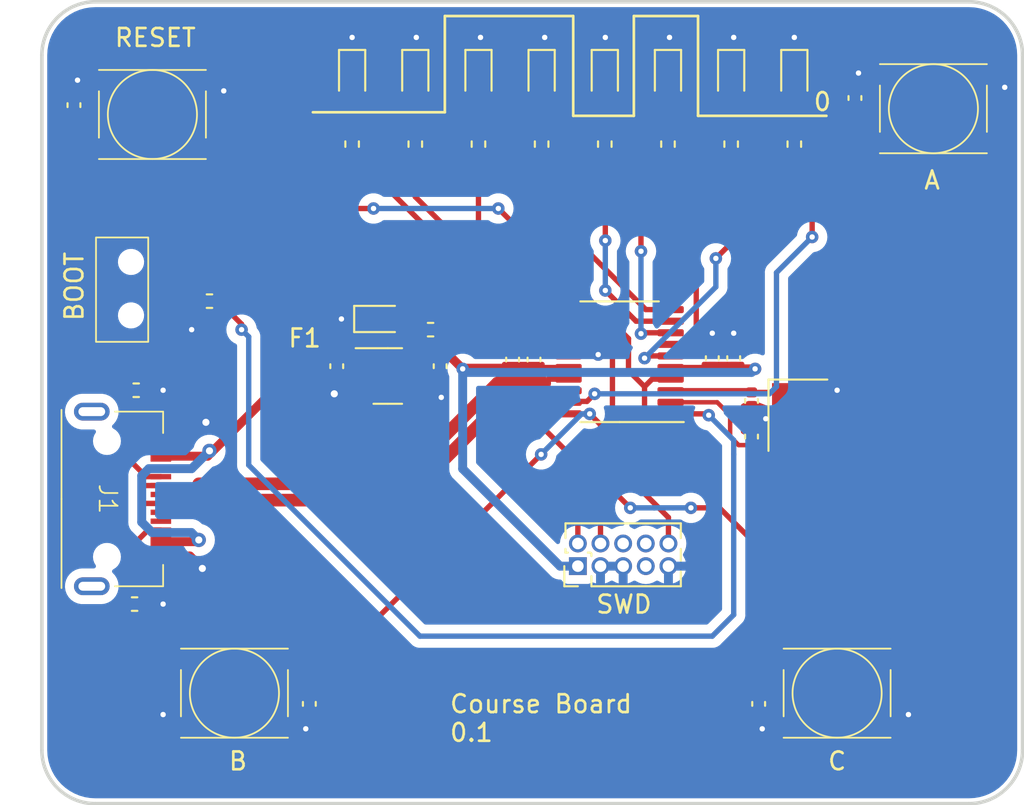
<source format=kicad_pcb>
(kicad_pcb (version 20221018) (generator pcbnew)
  (layers (0 "F.Cu" signal) (31 "B.Cu" power) (34 "B.Paste" user) (35 "F.Paste" user) (36 "B.SilkS" user "B.Silkscreen") (37 "F.SilkS" user "F.Silkscreen") (38 "B.Mask" user) (39 "F.Mask" user) (44 "Edge.Cuts" user))
  (net 0 "")
  (net 1 "GND")
  (net 2 "+3.3V")
  (net 3 "/RCC_OSC_IN")
  (net 4 "/RCC_OSC_OUT")
  (net 5 "/NRST")
  (net 6 "/BTN_A")
  (net 7 "/BTN_B")
  (net 8 "/BTN_C")
  (net 9 "Net-(D1-A)")
  (net 10 "/LED_0_K")
  (net 11 "/LED_1_K")
  (net 12 "/LED_2_K")
  (net 13 "/LED_3_K")
  (net 14 "/LED_4_K")
  (net 15 "/LED_5_K")
  (net 16 "/LED_6_K")
  (net 17 "/LED_7_K")
  (net 18 "VBUS")
  (net 19 "/USBC_CC1")
  (net 20 "/USB_D+")
  (net 21 "/USB_D-")
  (net 23 "/USBC_CC2")
  (net 29 "/BOOT0")
  (net 30 "/boot0_sw")
  (net 31 "/LED_0")
  (net 32 "/LED_1")
  (net 33 "/LED_2")
  (net 34 "/LED_3")
  (net 35 "/LED_4")
  (net 36 "/LED_5")
  (net 37 "/LED_6")
  (net 38 "/LED_7")
  (net 40 "+5V")
  (footprint "LED_SMD:LED_0603_1608Metric" (layer "F.Cu") (at 123.6 59.9875 -90)
    (fp_text reference "D9" hide)
    (fp_text value "LED" hide)
  )
  (footprint "Capacitor_SMD:C_0402_1005Metric" (layer "F.Cu") (at 145 75.8 90)
    (fp_text reference "C6" hide)
    (fp_text value "1u")
  )
  (footprint "LED_SMD:LED_0603_1608Metric" (layer "F.Cu") (at 148.4 59.9875 -90)
    (fp_text reference "D2" hide)
    (fp_text value "LED")
  )
  (footprint "Hugo_Custom:XKB_TS_1187A_X_X_X" (layer "F.Cu") (at 117 94.6)
    (fp_text reference "SW4" hide)
    (fp_text value "SW_Push")
  )
  (footprint "Capacitor_SMD:C_0402_1005Metric" (layer "F.Cu") (at 151.8 61.2 -90)
    (fp_text reference "C10" hide)
    (fp_text value "100n")
  )
  (footprint "Capacitor_SMD:C_0402_1005Metric" (layer "F.Cu") (at 132.6 75.88 90)
    (fp_text reference "C3" hide)
    (fp_text value "4u7")
  )
  (footprint "Crystal:Crystal_SMD_3225-4Pin_3.2x2.5mm" (layer "F.Cu") (at 148.6 79 -90)
    (fp_text reference "Y1" hide)
    (fp_text value "8Mhz Crystal")
  )
  (footprint "Hugo_Custom:XKB_TS_1187A_X_X_X" (layer "F.Cu") (at 150.8 94.6)
    (fp_text reference "SW5" hide)
    (fp_text value "SW_Push")
  )
  (footprint "Resistor_SMD:R_0402_1005Metric" (layer "F.Cu") (at 123.6 63.7875 90)
    (fp_text reference "R13" hide)
    (fp_text value "330R")
  )
  (footprint "Resistor_SMD:R_0402_1005Metric" (layer "F.Cu") (at 141.314285 63.7875 90)
    (fp_text reference "R8" hide)
    (fp_text value "330R")
  )
  (footprint "Capacitor_SMD:C_0402_1005Metric" (layer "F.Cu") (at 128.5375 76.25 -90)
    (fp_text reference "C2" hide)
    (fp_text value "1u")
  )
  (footprint "LED_SMD:LED_0603_1608Metric" (layer "F.Cu") (at 125.2 73.6)
    (fp_text reference "D1" hide)
    (fp_text value "LED")
  )
  (footprint "Resistor_SMD:R_0402_1005Metric" (layer "F.Cu") (at 128 74.2 180)
    (fp_text reference "R3" hide)
    (fp_text value "330R")
  )
  (footprint "LED_SMD:LED_0603_1608Metric" (layer "F.Cu") (at 127.142857 59.9875 -90)
    (fp_text reference "D8" hide)
    (fp_text value "LED" hide)
  )
  (footprint "Resistor_SMD:R_0402_1005Metric" (layer "F.Cu") (at 148.4 63.7875 90)
    (fp_text reference "R6" hide)
    (fp_text value "330R")
  )
  (footprint "Resistor_SMD:R_0402_1005Metric" (layer "F.Cu") (at 111.4 89.6)
    (fp_text reference "R1" hide)
    (fp_text value "5k1")
  )
  (footprint "LED_SMD:LED_0603_1608Metric" (layer "F.Cu") (at 130.685714 59.9875 -90)
    (fp_text reference "D7" hide)
    (fp_text value "LED" hide)
  )
  (footprint "Resistor_SMD:R_0402_1005Metric" (layer "F.Cu") (at 127.142857 63.7875 90)
    (fp_text reference "R12" hide)
    (fp_text value "330R")
  )
  (footprint "Resistor_SMD:R_0402_1005Metric" (layer "F.Cu") (at 144.857142 63.7875 90)
    (fp_text reference "R7" hide)
    (fp_text value "330R")
  )
  (footprint "Resistor_SMD:R_0402_1005Metric" (layer "F.Cu") (at 115.6 72.6 180)
    (fp_text reference "R5" hide)
    (fp_text value "10k")
  )
  (footprint "LED_SMD:LED_0603_1608Metric" (layer "F.Cu") (at 141.314285 59.9875 -90)
    (fp_text reference "D4" hide)
    (fp_text value "LED")
  )
  (footprint "Connector_PinHeader_1.27mm:PinHeader_2x05_P1.27mm_Vertical" (layer "F.Cu") (at 136.26 87.47 90)
    (fp_text reference "J2" hide)
    (fp_text value "Conn_ARM_JTAG_SWD_10")
  )
  (footprint "Hugo_Custom:SHOU-HAN-TYPE-C-16PFS-2J-H7-45-IPX8" (layer "F.Cu") (at 107.2 83.7 -90)
    (fp_text reference "J1")
    (fp_text value "USB_C_Receptacle_USB2.0")
  )
  (footprint "Capacitor_SMD:C_0402_1005Metric" (layer "F.Cu") (at 146 80.2 -90)
    (fp_text reference "C7" hide)
    (fp_text value "16p")
  )
  (footprint "Resistor_SMD:R_0402_1005Metric" (layer "F.Cu") (at 111.49 77.6)
    (fp_text reference "R2" hide)
    (fp_text value "5k1")
  )
  (footprint "Capacitor_SMD:C_0402_1005Metric" (layer "F.Cu") (at 146.4 95.2 90)
    (fp_text reference "C12" hide)
    (fp_text value "100n")
  )
  (footprint "Package_SO:TSSOP-20_4.4x6.5mm_P0.65mm" (layer "F.Cu") (at 138.6 76 180)
    (fp_text reference "U2" hide)
    (fp_text value "STM32F070F6Px")
  )
  (footprint "Capacitor_SMD:C_0402_1005Metric" (layer "F.Cu") (at 121.2 95.2 90)
    (fp_text reference "C11" hide)
    (fp_text value "100n")
  )
  (footprint "Capacitor_SMD:C_0402_1005Metric" (layer "F.Cu") (at 133.8 75.88 90)
    (fp_text reference "C4" hide)
    (fp_text value "100n")
  )
  (footprint "Capacitor_SMD:C_0402_1005Metric" (layer "F.Cu") (at 146 78.2 90)
    (fp_text reference "C8" hide)
    (fp_text value "16p")
  )
  (footprint "Fuse:Fuse_0402_1005Metric" (layer "F.Cu") (at 120.9375 75.85)
    (fp_text reference "F1")
    (fp_text value "500mA")
  )
  (footprint "Capacitor_SMD:C_0402_1005Metric" (layer "F.Cu") (at 143.8 75.8 90)
    (fp_text reference "C5" hide)
    (fp_text value "10n")
  )
  (footprint "Capacitor_SMD:C_0402_1005Metric" (layer "F.Cu") (at 108 61.6 -90)
    (fp_text reference "C9" hide)
    (fp_text value "100n")
  )
  (footprint "LED_SMD:LED_0603_1608Metric" (layer "F.Cu") (at 134.228571 59.9875 -90)
    (fp_text reference "D6" hide)
    (fp_text value "LED" hide)
  )
  (footprint "Resistor_SMD:R_0402_1005Metric" (layer "F.Cu") (at 137.771428 63.7875 90)
    (fp_text reference "R9" hide)
    (fp_text value "330R")
  )
  (footprint "Resistor_SMD:R_0402_1005Metric" (layer "F.Cu") (at 130.685714 63.7875 90)
    (fp_text reference "R11" hide)
    (fp_text value "330R")
  )
  (footprint "Hugo_Custom:MK-12C02-G025" (layer "F.Cu") (at 111.2 71.9 90)
    (fp_text reference "SW1" hide)
    (fp_text value "SW_SPDT")
  )
  (footprint "Resistor_SMD:R_0402_1005Metric" (layer "F.Cu") (at 134.228571 63.7875 90)
    (fp_text reference "R10" hide)
    (fp_text value "330R")
  )
  (footprint "Capacitor_SMD:C_0402_1005Metric" (layer "F.Cu") (at 122.7375 76.25 -90)
    (fp_text reference "C1" hide)
    (fp_text value "4u7")
  )
  (footprint "LED_SMD:LED_0603_1608Metric" (layer "F.Cu") (at 137.771428 59.9875 -90)
    (fp_text reference "D5" hide)
    (fp_text value "LED" hide)
  )
  (footprint "Hugo_Custom:XKB_TS_1187A_X_X_X" (layer "F.Cu") (at 112.4 62.125 180)
    (fp_text reference "SW2" hide)
    (fp_text value "SW_Push")
  )
  (footprint "Hugo_Custom:XKB_TS_1187A_X_X_X" (layer "F.Cu") (at 156.2 61.8 180)
    (fp_text reference "SW3" hide)
    (fp_text value "SW_Push")
  )
  (footprint "LED_SMD:LED_0603_1608Metric" (layer "F.Cu") (at 144.857142 59.9875 -90)
    (fp_text reference "D3" hide)
    (fp_text value "LED")
  )
  (footprint "Package_TO_SOT_SMD:SOT-23-5" (layer "F.Cu") (at 125.6 76.8)
    (fp_text reference "U1" hide)
    (fp_text value "LP5907MFX-3.3")
  )
  (gr_line (start 139.4 62.2) (end 139.4 56.6) (stroke (width 0.15)) (layer "F.SilkS"))
  (gr_line (start 136 62.2) (end 139.4 62.2) (stroke (width 0.15)) (layer "F.SilkS"))
  (gr_line (start 143 62.2) (end 150.2 62.2) (stroke (width 0.15)) (layer "F.SilkS"))
  (gr_line (start 136 56.6) (end 136 62.2) (stroke (width 0.15)) (layer "F.SilkS"))
  (gr_line (start 121.4 62) (end 128.8 62) (stroke (width 0.15)) (layer "F.SilkS"))
  (gr_line (start 128.8 56.6) (end 136 56.6) (stroke (width 0.15)) (layer "F.SilkS"))
  (gr_line (start 128.8 62) (end 128.8 56.6) (stroke (width 0.15)) (layer "F.SilkS"))
  (gr_line (start 143 56.6) (end 143 62.2) (stroke (width 0.15)) (layer "F.SilkS"))
  (gr_line (start 139.4 56.6) (end 143 56.6) (stroke (width 0.15)) (layer "F.SilkS"))
  (gr_line (start 106.2 97.8) (end 106.2 58.8) (stroke (width 0.2)) (layer "Edge.Cuts"))
  (gr_line (start 109.2 55.8) (end 158.2 55.8) (stroke (width 0.2)) (layer "Edge.Cuts"))
  (gr_arc (start 161.2 97.8) (mid 160.32132 99.92132) (end 158.2 100.8) (stroke (width 0.2)) (layer "Edge.Cuts"))
  (gr_arc (start 158.2 55.8) (mid 160.32132 56.67868) (end 161.2 58.8) (stroke (width 0.2)) (layer "Edge.Cuts"))
  (gr_arc (start 106.2 58.8) (mid 107.07868 56.67868) (end 109.2 55.8) (stroke (width 0.2)) (layer "Edge.Cuts"))
  (gr_line (start 161.2 58.8) (end 161.2 97.8) (stroke (width 0.2)) (layer "Edge.Cuts"))
  (gr_line (start 158.2 100.8) (end 109.2 100.8) (stroke (width 0.2)) (layer "Edge.Cuts"))
  (gr_arc (start 109.2 100.8) (mid 107.07868 99.92132) (end 106.2 97.8) (stroke (width 0.2)) (layer "Edge.Cuts"))
  (gr_text "Course Board\n0.1" (at 129 97.4) (layer "F.SilkS") (effects (font (size 1 1)) (justify left bottom)))
  (gr_text "BOOT" (at 108.6 73.8 90) (layer "F.SilkS") (effects (font (size 1 1)) (justify left bottom)))
  (gr_text "B" (at 116.6 99) (layer "F.SilkS") (effects (font (size 1 1)) (justify left bottom)))
  (gr_text "C" (at 150.2 99) (layer "F.SilkS") (effects (font (size 1 1)) (justify left bottom)))
  (gr_text "A" (at 155.6 66.4) (layer "F.SilkS") (effects (font (size 1 1)) (justify left bottom)))
  (gr_text "SWD" (at 137.2 90.2) (layer "F.SilkS") (effects (font (size 1 1)) (justify left bottom)))
  (gr_text "0" (at 149.4 62) (layer "F.SilkS") (effects (font (size 1 1)) (justify left bottom)))
  (gr_text "RESET" (at 110.2 58.4) (layer "F.SilkS") (effects (font (size 1 1)) (justify left bottom)))
  (segment (start 113.675 96.475) (end 113 95.8) (width 0.3) (layer "F.Cu") (net 1))
  (segment (start 134.228571 59.2) (end 134.228571 57.971429) (width 0.3) (layer "F.Cu") (net 1))
  (segment (start 115.85 60.25) (end 116.4 60.8) (width 0.3) (layer "F.Cu") (net 1))
  (segment (start 123.6 59.2) (end 123.6 57.8) (width 0.3) (layer "F.Cu") (net 1))
  (segment (start 134.738604 75.4) (end 134.0625 75.4) (width 0.3) (layer "F.Cu") (net 1))
  (segment (start 114.5 86.9) (end 115.2 87.6) (width 0.5) (layer "F.Cu") (net 1))
  (segment (start 144.857142 57.942858) (end 145 57.8) (width 0.3) (layer "F.Cu") (net 1))
  (segment (start 149.45 77.9) (end 150.5 77.9) (width 0.25) (layer "F.Cu") (net 1))
  (segment (start 114 96.475) (end 113.675 96.475) (width 0.3) (layer "F.Cu") (net 1))
  (segment (start 147.75 80.1) (end 147.7 80.1) (width 0.25) (layer "F.Cu") (net 1))
  (segment (start 128.5375 77.9375) (end 128.6 78) (width 0.5) (layer "F.Cu") (net 1))
  (segment (start 127.142857 57.857143) (end 127.2 57.8) (width 0.3) (layer "F.Cu") (net 1))
  (segment (start 135.7375 75.675) (end 137.325 75.675) (width 0.3) (layer "F.Cu") (net 1))
  (segment (start 134.228571 57.971429) (end 134.4 57.8) (width 0.3) (layer "F.Cu") (net 1))
  (segment (start 137.771428 57.828572) (end 137.8 57.8) (width 0.3) (layer "F.Cu") (net 1))
  (segment (start 130.685714 59.2) (end 130.685714 57.914286) (width 0.3) (layer "F.Cu") (net 1))
  (segment (start 114.55 74.15) (end 114.6 74.2) (width 0.3) (layer "F.Cu") (net 1))
  (segment (start 159.525 59.925) (end 160.2 60.6) (width 0.3) (layer "F.Cu") (net 1))
  (segment (start 114.3 80.5) (end 115.4 79.4) (width 0.5) (layer "F.Cu") (net 1))
  (segment (start 127.142857 59.2) (end 127.142857 57.857143) (width 0.3) (layer "F.Cu") (net 1))
  (segment (start 111.91 89.6) (end 113 89.6) (width 0.3) (layer "F.Cu") (net 1))
  (segment (start 128.5375 76.73) (end 128.5375 77.9375) (width 0.5) (layer "F.Cu") (net 1))
  (segment (start 159.2 59.925) (end 159.525 59.925) (width 0.3) (layer "F.Cu") (net 1))
  (segment (start 112.875 86.9) (end 114.5 86.9) (width 0.5) (layer "F.Cu") (net 1))
  (segment (start 112.875 80.5) (end 114.3 80.5) (width 0.5) (layer "F.Cu") (net 1))
  (segment (start 135.013604 75.675) (end 134.738604 75.4) (width 0.3) (layer "F.Cu") (net 1))
  (segment (start 153.8 96.475) (end 154.125 96.475) (width 0.3) (layer "F.Cu") (net 1))
  (segment (start 115.4 60.25) (end 115.85 60.25) (width 0.3) (layer "F.Cu") (net 1))
  (segment (start 154.125 96.475) (end 154.8 95.8) (width 0.3) (layer "F.Cu") (net 1))
  (segment (start 112 77.6) (end 113 77.6) (width 0.3) (layer "F.Cu") (net 1))
  (segment (start 141.314285 59.2) (end 141.314285 57.885715) (width 0.3) (layer "F.Cu") (net 1))
  (segment (start 137.771428 59.2) (end 137.771428 57.828572) (width 0.3) (layer "F.Cu") (net 1))
  (segment (start 124.4125 73.6) (end 123 73.6) (width 0.5) (layer "F.Cu") (net 1))
  (segment (start 144.857142 59.2) (end 144.857142 57.942858) (width 0.3) (layer "F.Cu") (net 1))
  (segment (start 135.7375 75.675) (end 135.013604 75.675) (width 0.3) (layer "F.Cu") (net 1))
  (segment (start 147.7 80.1) (end 146.8 79.2) (width 0.25) (layer "F.Cu") (net 1))
  (segment (start 141.314285 57.885715) (end 141.4 57.8) (width 0.3) (layer "F.Cu") (net 1))
  (segment (start 137.325 75.675) (end 137.4 75.6) (width 0.3) (layer "F.Cu") (net 1))
  (segment (start 113.275 74.15) (end 114.55 74.15) (width 0.3) (layer "F.Cu") (net 1))
  (segment (start 148.4 59.2) (end 148.4 57.8) (width 0.3) (layer "F.Cu") (net 1))
  (segment (start 150.5 77.9) (end 150.8 77.6) (width 0.25) (layer "F.Cu") (net 1))
  (segment (start 130.685714 57.914286) (end 130.8 57.8) (width 0.3) (layer "F.Cu") (net 1))
  (via (at 113 95.8) (size 0.7) (drill 0.3) (layers "F.Cu" "B.Cu") (net 1))
  (via (at 123 73.6) (size 0.7) (drill 0.3) (layers "F.Cu" "B.Cu") (net 1))
  (via (at 148.4 57.8) (size 0.7) (drill 0.3) (layers "F.Cu" "B.Cu") (net 1))
  (via (at 116.4 60.8) (size 0.7) (drill 0.3) (layers "F.Cu" "B.Cu") (net 1))
  (via (at 146.8 79.2) (size 0.7) (drill 0.3) (layers "F.Cu" "B.Cu") (net 1))
  (via (at 143.8 74.4) (size 0.7) (drill 0.3) (layers "F.Cu" "B.Cu") (net 1))
  (via (at 134.4 57.8) (size 0.7) (drill 0.3) (layers "F.Cu" "B.Cu") (net 1))
  (via (at 127.2 57.8) (size 0.7) (drill 0.3) (layers "F.Cu" "B.Cu") (net 1))
  (via (at 141.4 57.8) (size 0.7) (drill 0.3) (layers "F.Cu" "B.Cu") (net 1))
  (via (at 115.4 79.4) (size 0.8) (drill 0.4) (layers "F.Cu" "B.Cu") (net 1))
  (via (at 145 57.8) (size 0.7) (drill 0.3) (layers "F.Cu" "B.Cu") (net 1))
  (via (at 123.6 57.8) (size 0.7) (drill 0.3) (layers "F.Cu" "B.Cu") (net 1))
  (via (at 137.4 75.6) (size 0.7) (drill 0.3) (layers "F.Cu" "B.Cu") (net 1))
  (via (at 154.8 95.8) (size 0.7) (drill 0.3) (layers "F.Cu" "B.Cu") (net 1))
  (via (at 114.6 74.2) (size 0.7) (drill 0.3) (layers "F.Cu" "B.Cu") (net 1))
  (via (at 152 59.8) (size 0.7) (drill 0.3) (layers "F.Cu" "B.Cu") (net 1))
  (via (at 145 74.4) (size 0.7) (drill 0.3) (layers "F.Cu" "B.Cu") (net 1))
  (via (at 115.2 87.6) (size 0.8) (drill 0.4) (layers "F.Cu" "B.Cu") (net 1))
  (via (at 108.2 60.2) (size 0.7) (drill 0.3) (layers "F.Cu" "B.Cu") (net 1))
  (via (at 122.6 77.8) (size 0.8) (drill 0.4) (layers "F.Cu" "B.Cu") (net 1))
  (via (at 146.6 96.6) (size 0.7) (drill 0.3) (layers "F.Cu" "B.Cu") (net 1))
  (via (at 113 89.6) (size 0.7) (drill 0.3) (layers "F.Cu" "B.Cu") (net 1))
  (via (at 150.8 77.6) (size 0.7) (drill 0.3) (layers "F.Cu" "B.Cu") (net 1))
  (via (at 160.2 60.6) (size 0.7) (drill 0.3) (layers "F.Cu" "B.Cu") (net 1))
  (via (at 130.8 57.8) (size 0.7) (drill 0.3) (layers "F.Cu" "B.Cu") (net 1))
  (via (at 137.8 57.8) (size 0.7) (drill 0.3) (layers "F.Cu" "B.Cu") (net 1))
  (via (at 113 77.6) (size 0.7) (drill 0.3) (layers "F.Cu" "B.Cu") (net 1))
  (via (at 121 96.6) (size 0.7) (drill 0.3) (layers "F.Cu" "B.Cu") (net 1))
  (via (at 128.6 78) (size 0.7) (drill 0.3) (layers "F.Cu" "B.Cu") (net 1))
  (segment (start 128.51 73.51) (end 128.51 74.2) (width 0.3) (layer "F.Cu") (net 2))
  (segment (start 128.51 74.2) (end 128.51 75.7425) (width 0.5) (layer "F.Cu") (net 2))
  (segment (start 128.51 75.7425) (end 128.5375 75.77) (width 0.5) (layer "F.Cu") (net 2))
  (segment (start 126.6 71.6) (end 128.51 73.51) (width 0.3) (layer "F.Cu") (net 2))
  (segment (start 127.43 75.77) (end 128.5375 75.77) (width 0.5) (layer "F.Cu") (net 2))
  (segment (start 129.8 76.4) (end 129.84 76.36) (width 0.5) (layer "F.Cu") (net 2))
  (segment (start 145.12 76.4) (end 145 76.28) (width 0.5) (layer "F.Cu") (net 2))
  (segment (start 129.84 76.36) (end 132.6 76.36) (width 0.5) (layer "F.Cu") (net 2))
  (segment (start 128.5375 75.77) (end 129.17 75.77) (width 0.5) (layer "F.Cu") (net 2))
  (segment (start 126.7375 75.85) (end 127.35 75.85) (width 0.5) (layer "F.Cu") (net 2))
  (segment (start 135.7375 76.325) (end 134.0975 76.325) (width 0.3) (layer "F.Cu") (net 2))
  (segment (start 116.85 69.65) (end 118.8 71.6) (width 0.3) (layer "F.Cu") (net 2))
  (segment (start 127.35 75.85) (end 127.43 75.77) (width 0.5) (layer "F.Cu") (net 2))
  (segment (start 146.2 76.4) (end 145.12 76.4) (width 0.5) (layer "F.Cu") (net 2))
  (segment (start 113.275 69.65) (end 116.85 69.65) (width 0.3) (layer "F.Cu") (net 2))
  (segment (start 118.8 71.6) (end 126.6 71.6) (width 0.3) (layer "F.Cu") (net 2))
  (segment (start 129.17 75.77) (end 129.8 76.4) (width 0.5) (layer "F.Cu") (net 2))
  (segment (start 143.755 76.325) (end 143.8 76.28) (width 0.3) (layer "F.Cu") (net 2))
  (segment (start 141.4625 76.325) (end 143.555 76.325) (width 0.3) (layer "F.Cu") (net 2))
  (segment (start 133.835 76.325) (end 133.8 76.36) (width 0.3) (layer "F.Cu") (net 2))
  (via (at 146.2 76.4) (size 0.7) (drill 0.3) (layers "F.Cu" "B.Cu") (net 2))
  (via (at 129.8 76.4) (size 0.7) (drill 0.3) (layers "F.Cu" "B.Cu") (net 2))
  (segment (start 135.26 87.47) (end 136.26 87.47) (width 0.5) (layer "B.Cu") (net 2))
  (segment (start 129.8 76.4) (end 130 76.6) (width 0.5) (layer "B.Cu") (net 2))
  (segment (start 130 76.6) (end 146 76.6) (width 0.5) (layer "B.Cu") (net 2))
  (segment (start 129.8 76.4) (end 129.8 82.01) (width 0.5) (layer "B.Cu") (net 2))
  (segment (start 146 76.6) (end 146.2 76.4) (width 0.5) (layer "B.Cu") (net 2))
  (segment (start 129.8 82.01) (end 135.26 87.47) (width 0.5) (layer "B.Cu") (net 2))
  (segment (start 145.28 80.68) (end 144.8 80.2) (width 0.25) (layer "F.Cu") (net 3))
  (segment (start 144.8 80.2) (end 144.8 79) (width 0.25) (layer "F.Cu") (net 3))
  (segment (start 144.8 79) (end 144.075 78.275) (width 0.25) (layer "F.Cu") (net 3))
  (segment (start 146 80.68) (end 145.28 80.68) (width 0.25) (layer "F.Cu") (net 3))
  (segment (start 146.2 81.4) (end 149.2 81.4) (width 0.25) (layer "F.Cu") (net 3))
  (segment (start 146 81.2) (end 146.2 81.4) (width 0.25) (layer "F.Cu") (net 3))
  (segment (start 149.45 81.15) (end 149.45 80.1) (width 0.25) (layer "F.Cu") (net 3))
  (segment (start 144.075 78.275) (end 141.4625 78.275) (width 0.25) (layer "F.Cu") (net 3))
  (segment (start 149.2 81.4) (end 149.45 81.15) (width 0.25) (layer "F.Cu") (net 3))
  (segment (start 146 80.68) (end 146 81.2) (width 0.25) (layer "F.Cu") (net 3))
  (segment (start 141.4625 77.625) (end 145.905 77.625) (width 0.3) (layer "F.Cu") (net 4))
  (segment (start 145.905 77.625) (end 146 77.72) (width 0.3) (layer "F.Cu") (net 4))
  (segment (start 146 77.72) (end 147.57 77.72) (width 0.3) (layer "F.Cu") (net 4))
  (segment (start 147.57 77.72) (end 147.75 77.9) (width 0.3) (layer "F.Cu") (net 4))
  (segment (start 108.88 62.08) (end 109.4 62.6) (width 0.3) (layer "F.Cu") (net 5))
  (segment (start 124.8 67.4) (end 120.2 67.4) (width 0.3) (layer "F.Cu") (net 5))
  (segment (start 108 62.08) (end 108.88 62.08) (width 0.3) (layer "F.Cu") (net 5))
  (segment (start 140 83.4) (end 141.34 84.74) (width 0.3) (layer "F.Cu") (net 5))
  (segment (start 140 77.4) (end 140 83.4) (width 0.3) (layer "F.Cu") (net 5))
  (segment (start 140 77.4) (end 139.1 76.5) (width 0.3) (layer "F.Cu") (net 5))
  (segment (start 141.34 84.74) (end 141.34 86.2) (width 0.3) (layer "F.Cu") (net 5))
  (segment (start 139.1 76.5) (end 139.1 74.7) (width 0.3) (layer "F.Cu") (net 5))
  (segment (start 109.4 62.6) (end 109.4 64) (width 0.3) (layer "F.Cu") (net 5))
  (segment (start 120.2 67.4) (end 116.8 64) (width 0.3) (layer "F.Cu") (net 5))
  (segment (start 141.4625 76.975) (end 140.425 76.975) (width 0.3) (layer "F.Cu") (net 5))
  (segment (start 140.425 76.975) (end 140 77.4) (width 0.3) (layer "F.Cu") (net 5))
  (segment (start 116.8 64) (end 115.4 64) (width 0.3) (layer "F.Cu") (net 5))
  (segment (start 109.4 64) (end 115.4 64) (width 0.3) (layer "F.Cu") (net 5))
  (segment (start 139.1 74.7) (end 131.8 67.4) (width 0.3) (layer "F.Cu") (net 5))
  (via (at 124.8 67.4) (size 0.7) (drill 0.3) (layers "F.Cu" "B.Cu") (net 5))
  (via (at 131.8 67.4) (size 0.7) (drill 0.3) (layers "F.Cu" "B.Cu") (net 5))
  (segment (start 131.8 67.4) (end 124.8 67.4) (width 0.3) (layer "B.Cu") (net 5))
  (segment (start 136.26 81.66) (end 136.26 86.2) (width 0.3) (layer "F.Cu") (net 6))
  (segment (start 151.8 61.68) (end 152.68 61.68) (width 0.3) (layer "F.Cu") (net 6))
  (segment (start 135.7375 78.275) (end 135.029976 78.275) (width 0.3) (layer "F.Cu") (net 6))
  (segment (start 153.2 62.2) (end 153.2 63.675) (width 0.3) (layer "F.Cu") (net 6))
  (segment (start 134.913604 78.375) (end 134.2 79.088604) (width 0.3) (layer "F.Cu") (net 6))
  (segment (start 136.775 78.225) (end 137.2 77.8) (width 0.3) (layer "F.Cu") (net 6))
  (segment (start 135.7875 78.225) (end 136.775 78.225) (width 0.3) (layer "F.Cu") (net 6))
  (segment (start 153.2 63.8) (end 153.2 63.675) (width 0.3) (layer "F.Cu") (net 6))
  (segment (start 135.7375 78.275) (end 135.7875 78.225) (width 0.3) (layer "F.Cu") (net 6))
  (segment (start 149.4 69) (end 149.4 67.6) (width 0.3) (layer "F.Cu") (net 6))
  (segment (start 134.2 79.6) (end 136.26 81.66) (width 0.3) (layer "F.Cu") (net 6))
  (segment (start 134.2 79.088604) (end 134.2 79.6) (width 0.3) (layer "F.Cu") (net 6))
  (segment (start 134.929975 78.375) (end 134.913604 78.375) (width 0.3) (layer "F.Cu") (net 6))
  (segment (start 152.68 61.68) (end 153.2 62.2) (width 0.3) (layer "F.Cu") (net 6))
  (segment (start 135.029976 78.275) (end 134.929975 78.375) (width 0.3) (layer "F.Cu") (net 6))
  (segment (start 149.4 67.6) (end 153.2 63.8) (width 0.3) (layer "F.Cu") (net 6))
  (segment (start 153.2 63.675) (end 159.2 63.675) (width 0.3) (layer "F.Cu") (net 6))
  (via (at 137.2 77.8) (size 0.7) (drill 0.3) (layers "F.Cu" "B.Cu") (net 6))
  (via (at 149.4 69) (size 0.7) (drill 0.3) (layers "F.Cu" "B.Cu") (net 6))
  (segment (start 147.4 77.4) (end 147.4 71) (width 0.3) (layer "B.Cu") (net 6))
  (segment (start 137.2 77.8) (end 147 77.8) (width 0.3) (layer "B.Cu") (net 6))
  (segment (start 147 77.8) (end 147.4 77.4) (width 0.3) (layer "B.Cu") (net 6))
  (segment (start 147.4 71) (end 149.4 69) (width 0.3) (layer "B.Cu") (net 6))
  (segment (start 136.6 78.925) (end 136.925 78.925) (width 0.3) (layer "F.Cu") (net 7))
  (segment (start 134.2 81.2) (end 122.675 92.725) (width 0.3) (layer "F.Cu") (net 7))
  (segment (start 114 92.725) (end 120 92.725) (width 0.3) (layer "F.Cu") (net 7))
  (segment (start 135.7375 78.925) (end 136.6 78.925) (width 0.3) (layer "F.Cu") (net 7))
  (segment (start 121.2 93.925) (end 120 92.725) (width 0.3) (layer "F.Cu") (net 7))
  (segment (start 121.2 94.72) (end 121.2 93.925) (width 0.3) (layer "F.Cu") (net 7))
  (segment (start 137.53 79.53) (end 137.53 86.2) (width 0.3) (layer "F.Cu") (net 7))
  (segment (start 136.925 78.925) (end 137.53 79.53) (width 0.3) (layer "F.Cu") (net 7))
  (segment (start 122.675 92.725) (end 120 92.725) (width 0.3) (layer "F.Cu") (net 7))
  (via (at 134.2 81.2) (size 0.7) (drill 0.3) (layers "F.Cu" "B.Cu") (net 7))
  (via (at 136.925 78.925) (size 0.7) (drill 0.3) (layers "F.Cu" "B.Cu") (net 7))
  (segment (start 136.473103 78.925) (end 136.925 78.925) (width 0.3) (layer "B.Cu") (net 7))
  (segment (start 134.2 81.2) (end 134.2 81.198103) (width 0.3) (layer "B.Cu") (net 7))
  (segment (start 134.2 81.198103) (end 136.473103 78.925) (width 0.3) (layer "B.Cu") (net 7))
  (segment (start 138.2 83.2) (end 139.2 84.2) (width 0.3) (layer "F.Cu") (net 8))
  (segment (start 135.7375 75.025) (end 136.98505 75.025) (width 0.3) (layer "F.Cu") (net 8))
  (segment (start 147.8 92.725) (end 147.8 94) (width 0.3) (layer "F.Cu") (net 8))
  (segment (start 153.8 92.725) (end 147.8 92.725) (width 0.3) (layer "F.Cu") (net 8))
  (segment (start 147.8 87.8) (end 147.8 88.8) (width 0.3) (layer "F.Cu") (net 8))
  (segment (start 144.2 84.2) (end 147.8 87.8) (width 0.3) (layer "F.Cu") (net 8))
  (segment (start 147.08 94.72) (end 146.4 94.72) (width 0.3) (layer "F.Cu") (net 8))
  (segment (start 136.98505 75.025) (end 137.11005 74.9) (width 0.3) (layer "F.Cu") (net 8))
  (segment (start 137.11005 74.9) (end 137.7 74.9) (width 0.3) (layer "F.Cu") (net 8))
  (segment (start 147.8 88.8) (end 147.8 92.725) (width 0.3) (layer "F.Cu") (net 8))
  (segment (start 138.2 75.4) (end 138.2 83.2) (width 0.3) (layer "F.Cu") (net 8))
  (segment (start 142.6 84.2) (end 144.2 84.2) (width 0.3) (layer "F.Cu") (net 8))
  (segment (start 137.7 74.9) (end 138.2 75.4) (width 0.3) (layer "F.Cu") (net 8))
  (segment (start 147.8 94) (end 147.08 94.72) (width 0.3) (layer "F.Cu") (net 8))
  (via (at 142.6 84.2) (size 0.7) (drill 0.3) (layers "F.Cu" "B.Cu") (net 8))
  (via (at 139.2 84.2) (size 0.7) (drill 0.3) (layers "F.Cu" "B.Cu") (net 8))
  (segment (start 139.2 84.2) (end 140.542082 84.2) (width 0.3) (layer "B.Cu") (net 8))
  (segment (start 140.542082 84.2) (end 141.6 84.2) (width 0.3) (layer "B.Cu") (net 8))
  (segment (start 141.6 84.2) (end 142.6 84.2) (width 0.3) (layer "B.Cu") (net 8))
  (segment (start 125.9875 73.6) (end 126.89 73.6) (width 0.5) (layer "F.Cu") (net 9))
  (segment (start 126.89 73.6) (end 127.49 74.2) (width 0.5) (layer "F.Cu") (net 9))
  (segment (start 148.4 60.775) (end 148.4 63.2775) (width 0.3) (layer "F.Cu") (net 10))
  (segment (start 144.857142 60.775) (end 144.857142 63.2775) (width 0.3) (layer "F.Cu") (net 11))
  (segment (start 141.314285 60.775) (end 141.314285 63.2775) (width 0.3) (layer "F.Cu") (net 12))
  (segment (start 137.771428 60.775) (end 137.771428 63.2775) (width 0.3) (layer "F.Cu") (net 13))
  (segment (start 134.228571 60.775) (end 134.228571 63.2775) (width 0.3) (layer "F.Cu") (net 14))
  (segment (start 130.685714 60.775) (end 130.685714 63.2775) (width 0.3) (layer "F.Cu") (net 15))
  (segment (start 127.142857 60.775) (end 127.142857 63.2775) (width 0.3) (layer "F.Cu") (net 16))
  (segment (start 123.6 60.775) (end 123.6 63.2775) (width 0.3) (layer "F.Cu") (net 17))
  (segment (start 119.4 77.4) (end 119.4 76.4) (width 0.5) (layer "F.Cu") (net 18))
  (segment (start 119.95 75.85) (end 120.4525 75.85) (width 0.5) (layer "F.Cu") (net 18))
  (segment (start 115.5 81.3) (end 119.4 77.4) (width 0.5) (layer "F.Cu") (net 18))
  (segment (start 112.875 81.3) (end 115.5 81.3) (width 0.5) (layer "F.Cu") (net 18))
  (segment (start 114.9 86.1) (end 115 86) (width 0.5) (layer "F.Cu") (net 18))
  (segment (start 112.875 86.1) (end 114.9 86.1) (width 0.5) (layer "F.Cu") (net 18))
  (segment (start 119.4 76.4) (end 119.95 75.85) (width 0.5) (layer "F.Cu") (net 18))
  (via (at 115 86) (size 0.8) (drill 0.4) (layers "F.Cu" "B.Cu") (net 18))
  (via (at 115.6 81) (size 0.8) (drill 0.4) (layers "F.Cu" "B.Cu") (net 18))
  (segment (start 112.2 82) (end 114.6 82) (width 0.5) (layer "B.Cu") (net 18))
  (segment (start 111.8 85) (end 111.8 82.4) (width 0.5) (layer "B.Cu") (net 18))
  (segment (start 114.6 82) (end 115.6 81) (width 0.5) (layer "B.Cu") (net 18))
  (segment (start 115 86) (end 114.585 85.585) (width 0.5) (layer "B.Cu") (net 18))
  (segment (start 111.8 82.4) (end 112.2 82) (width 0.5) (layer "B.Cu") (net 18))
  (segment (start 112.385 85.585) (end 111.8 85) (width 0.5) (layer "B.Cu") (net 18))
  (segment (start 114.585 85.585) (end 112.385 85.585) (width 0.5) (layer "B.Cu") (net 18))
  (segment (start 112.05 82.45) (end 110.98 81.38) (width 0.3) (layer "F.Cu") (net 19))
  (segment (start 112.875 82.45) (end 112.05 82.45) (width 0.3) (layer "F.Cu") (net 19))
  (segment (start 110.98 81.38) (end 110.98 77.6) (width 0.3) (layer "F.Cu") (net 19))
  (segment (start 135.7375 77.625) (end 135.6625 77.7) (width 0.3) (layer "F.Cu") (net 20))
  (segment (start 134.2944 77.9056) (end 134 78.2) (width 0.3) (layer "F.Cu") (net 20))
  (segment (start 134.692269 77.9056) (end 134.2944 77.9056) (width 0.3) (layer "F.Cu") (net 20))
  (segment (start 132.04658 78.2) (end 134 78.2) (width 0.7112) (layer "F.Cu") (net 20))
  (segment (start 114 83.45) (end 114.35 83.8) (width 0.3) (layer "F.Cu") (net 20))
  (segment (start 112.875 83.45) (end 114 83.45) (width 0.3) (layer "F.Cu") (net 20))
  (segment (start 113.8 84.45) (end 114 84.25) (width 0.3) (layer "F.Cu") (net 20))
  (segment (start 135.6625 77.7) (end 134.897869 77.7) (width 0.3) (layer "F.Cu") (net 20))
  (segment (start 114 84.25) (end 114 83.45) (width 0.3) (layer "F.Cu") (net 20))
  (segment (start 114.35 83.8) (end 115 83.8) (width 0.3) (layer "F.Cu") (net 20))
  (segment (start 115.033943 83.766057) (end 126.480523 83.766057) (width 0.7112) (layer "F.Cu") (net 20))
  (segment (start 126.480523 83.766057) (end 132.04658 78.2) (width 0.7112) (layer "F.Cu") (net 20))
  (segment (start 134.897869 77.7) (end 134.692269 77.9056) (width 0.3) (layer "F.Cu") (net 20))
  (segment (start 112.875 84.45) (end 113.8 84.45) (width 0.3) (layer "F.Cu") (net 20))
  (segment (start 111.8 83.1) (end 111.95 82.95) (width 0.3) (layer "F.Cu") (net 21))
  (segment (start 111.95 83.95) (end 111.8 83.8) (width 0.3) (layer "F.Cu") (net 21))
  (segment (start 135.7375 76.975) (end 134.625 76.975) (width 0.3) (layer "F.Cu") (net 21))
  (segment (start 131.75342 77.2) (end 134.4 77.2) (width 0.7112) (layer "F.Cu") (net 21))
  (segment (start 111.8 83.8) (end 111.8 83.1) (width 0.3) (layer "F.Cu") (net 21))
  (segment (start 134.625 76.975) (end 134.4 77.2) (width 0.3) (layer "F.Cu") (net 21))
  (segment (start 112.875 83.95) (end 111.95 83.95) (width 0.3) (layer "F.Cu") (net 21))
  (segment (start 111.95 82.95) (end 112.875 82.95) (width 0.3) (layer "F.Cu") (net 21))
  (segment (start 126.101763 82.851657) (end 131.75342 77.2) (width 0.7112) (layer "F.Cu") (net 21))
  (segment (start 112.875 82.95) (end 114.903314 82.95) (width 0.3) (layer "F.Cu") (net 21))
  (segment (start 115.001657 82.851657) (end 126.101763 82.851657) (width 0.7112) (layer "F.Cu") (net 21))
  (segment (start 110.89 86.71) (end 112.15 85.45) (width 0.3) (layer "F.Cu") (net 23))
  (segment (start 112.15 85.45) (end 112.875 85.45) (width 0.3) (layer "F.Cu") (net 23))
  (segment (start 110.89 86.71) (end 110.89 89.6) (width 0.3) (layer "F.Cu") (net 23))
  (segment (start 143.525 78.925) (end 143.6 79) (width 0.3) (layer "F.Cu") (net 29))
  (segment (start 117.4 74.2) (end 117.4 73.89) (width 0.3) (layer "F.Cu") (net 29))
  (segment (start 141.4625 78.925) (end 143.525 78.925) (width 0.3) (layer "F.Cu") (net 29))
  (segment (start 117.4 73.89) (end 116.11 72.6) (width 0.3) (layer "F.Cu") (net 29))
  (via (at 143.6 79) (size 0.7) (drill 0.3) (layers "F.Cu" "B.Cu") (net 29))
  (via (at 117.4 74.2) (size 0.7) (drill 0.3) (layers "F.Cu" "B.Cu") (net 29))
  (segment (start 145 80.4) (end 145 81.2) (width 0.3) (layer "B.Cu") (net 29))
  (segment (start 127.4 91.4) (end 117.8 81.8) (width 0.3) (layer "B.Cu") (net 29))
  (segment (start 145 90.2) (end 143.8 91.4) (width 0.3) (layer "B.Cu") (net 29))
  (segment (start 143.8 91.4) (end 127.4 91.4) (width 0.3) (layer "B.Cu") (net 29))
  (segment (start 117.8 78.8) (end 117.8 74.6) (width 0.3) (layer "B.Cu") (net 29))
  (segment (start 117.8 81.8) (end 117.8 78.8) (width 0.3) (layer "B.Cu") (net 29))
  (segment (start 117.8 74.6) (end 117.4 74.2) (width 0.3) (layer "B.Cu") (net 29))
  (segment (start 145 81.2) (end 145 90.2) (width 0.3) (layer "B.Cu") (net 29))
  (segment (start 143.6 79) (end 145 80.4) (width 0.3) (layer "B.Cu") (net 29))
  (segment (start 115.04 72.65) (end 115.09 72.6) (width 0.3) (layer "F.Cu") (net 30))
  (segment (start 113.275 72.65) (end 115.04 72.65) (width 0.3) (layer "F.Cu") (net 30))
  (segment (start 144 70.2) (end 148.4 65.8) (width 0.3) (layer "F.Cu") (net 31))
  (segment (start 141.4625 75.675) (end 140.125 75.675) (width 0.3) (layer "F.Cu") (net 31))
  (segment (start 148.4 65.8) (end 148.4 64.2975) (width 0.3) (layer "F.Cu") (net 31))
  (segment (start 140.125 75.675) (end 140 75.8) (width 0.3) (layer "F.Cu") (net 31))
  (via (at 144 70.2) (size 0.7) (drill 0.3) (layers "F.Cu" "B.Cu") (net 31))
  (via (at 140 75.8) (size 0.7) (drill 0.3) (layers "F.Cu" "B.Cu") (net 31))
  (segment (start 144 71.8) (end 144 70.2) (width 0.3) (layer "B.Cu") (net 31))
  (segment (start 140 75.8) (end 144 71.8) (width 0.3) (layer "B.Cu") (net 31))
  (segment (start 144.857142 66.542858) (end 144.857142 64.2975) (width 0.3) (layer "F.Cu") (net 32))
  (segment (start 142.9 68.5) (end 144.857142 66.542858) (width 0.3) (layer "F.Cu") (net 32))
  (segment (start 142.186396 75.025) (end 142.9 74.311396) (width 0.3) (layer "F.Cu") (net 32))
  (segment (start 142.9 74.311396) (end 142.9 68.5) (width 0.3) (layer "F.Cu") (net 32))
  (segment (start 141.4625 75.025) (end 142.186396 75.025) (width 0.3) (layer "F.Cu") (net 32))
  (segment (start 141.314285 65.685715) (end 141.314285 64.2975) (width 0.3) (layer "F.Cu") (net 33))
  (segment (start 139.8495 74.375) (end 139.8 74.4245) (width 0.3) (layer "F.Cu") (net 33))
  (segment (start 139.8 67.2) (end 141.314285 65.685715) (width 0.3) (layer "F.Cu") (net 33))
  (segment (start 141.4625 74.375) (end 139.8495 74.375) (width 0.3) (layer "F.Cu") (net 33))
  (segment (start 139.8 69.8) (end 139.8 67.2) (width 0.3) (layer "F.Cu") (net 33))
  (via (at 139.8 69.8) (size 0.7) (drill 0.3) (layers "F.Cu" "B.Cu") (net 33))
  (via (at 139.8 74.4245) (size 0.7) (drill 0.3) (layers "F.Cu" "B.Cu") (net 33))
  (segment (start 139.8 74.4245) (end 139.8 69.8) (width 0.3) (layer "B.Cu") (net 33))
  (segment (start 139.525 73.725) (end 141.4625 73.725) (width 0.3) (layer "F.Cu") (net 34))
  (segment (start 137.8 64.326072) (end 137.771428 64.2975) (width 0.3) (layer "F.Cu") (net 34))
  (segment (start 137.8 69.2) (end 137.8 64.326072) (width 0.3) (layer "F.Cu") (net 34))
  (segment (start 137.8 72) (end 139.525 73.725) (width 0.3) (layer "F.Cu") (net 34))
  (via (at 137.8 72) (size 0.7) (drill 0.3) (layers "F.Cu" "B.Cu") (net 34))
  (via (at 137.8 69.2) (size 0.7) (drill 0.3) (layers "F.Cu" "B.Cu") (net 34))
  (segment (start 137.8 72) (end 137.8 69.2) (width 0.3) (layer "B.Cu") (net 34))
  (segment (start 140.075 73.075) (end 141.4625 73.075) (width 0.3) (layer "F.Cu") (net 35))
  (segment (start 134.228571 64.2975) (end 134.228571 67.228571) (width 0.3) (layer "F.Cu") (net 35))
  (segment (start 134.228571 67.228571) (end 140.075 73.075) (width 0.3) (layer "F.Cu") (net 35))
  (segment (start 134.475 73.075) (end 135.7375 73.075) (width 0.3) (layer "F.Cu") (net 36))
  (segment (start 130.685714 69.285714) (end 134.475 73.075) (width 0.3) (layer "F.Cu") (net 36))
  (segment (start 130.685714 64.2975) (end 130.685714 69.285714) (width 0.3) (layer "F.Cu") (net 36))
  (segment (start 127.142857 66.742857) (end 134.125 73.725) (width 0.3) (layer "F.Cu") (net 37))
  (segment (start 134.125 73.725) (end 135.7375 73.725) (width 0.3) (layer "F.Cu") (net 37))
  (segment (start 127.142857 64.2975) (end 127.142857 66.742857) (width 0.3) (layer "F.Cu") (net 37))
  (segment (start 123.6 64.2975) (end 133.6775 74.375) (width 0.3) (layer "F.Cu") (net 38))
  (segment (start 133.6775 74.375) (end 135.7375 74.375) (width 0.3) (layer "F.Cu") (net 38))
  (segment (start 125.25 77.75) (end 124.4625 77.75) (width 0.3) (layer "F.Cu") (net 40))
  (segment (start 125.6 76.2) (end 125.6 77.4) (width 0.3) (layer "F.Cu") (net 40))
  (segment (start 122.7375 75.77) (end 124.3825 75.77) (width 0.5) (layer "F.Cu") (net 40))
  (segment (start 125.25 75.85) (end 125.6 76.2) (width 0.3) (layer "F.Cu") (net 40))
  (segment (start 124.3825 75.77) (end 124.4625 75.85) (width 0.5) (layer "F.Cu") (net 40))
  (segment (start 121.75 75.85) (end 121.83 75.77) (width 0.5) (layer "F.Cu") (net 40))
  (segment (start 124.4625 75.85) (end 125.25 75.85) (width 0.3) (layer "F.Cu") (net 40))
  (segment (start 121.83 75.77) (end 122.7375 75.77) (width 0.5) (layer "F.Cu") (net 40))
  (segment (start 121.4225 75.85) (end 121.75 75.85) (width 0.5) (layer "F.Cu") (net 40))
  (segment (start 125.6 77.4) (end 125.25 77.75) (width 0.3) (layer "F.Cu") (net 40))
  (zone (net 1) (net_name "GND") (layer "F.Cu") (priority 5) (connect_pads yes (clearance 0.1)) (min_thickness 0.25) (fill yes (thermal_gap 0.5) (thermal_bridge_width 0.5))
    (polygon (pts (xy 120.4 95.8) (xy 120.8 95.4) (xy 121.6 95.4) (xy 121.6 96.8) (xy 121 97.2) (xy 119.2 97.2) (xy 119.2 95.8)))
  )
  (zone (net 1) (net_name "GND") (layer "F.Cu") (priority 7) (connect_pads yes (clearance 0.1)) (min_thickness 0.25) (fill yes (thermal_gap 0.5) (thermal_bridge_width 0.5))
    (polygon (pts (xy 145.4 78.4) (xy 145.8 78.2) (xy 146.2 78.2) (xy 147.2 78.6) (xy 147.2 79.8) (xy 146.2 80.2) (xy 145.8 80.2) (xy 145.4 80)))
  )
  (zone (net 1) (net_name "GND") (layer "F.Cu") (priority 5) (connect_pads yes (clearance 0.1)) (min_thickness 0.25) (fill yes (thermal_gap 0.5) (thermal_bridge_width 0.5))
    (polygon (pts (xy 147.2 95.8) (xy 146.8 95.4) (xy 146 95.4) (xy 146 96.8) (xy 146.6 97.2) (xy 148.4 97.2) (xy 148.4 95.8)))
  )
  (zone (net 1) (net_name "GND") (layer "F.Cu") (priority 3) (connect_pads yes (clearance 0.1)) (min_thickness 0.25) (fill yes (thermal_gap 0.5) (thermal_bridge_width 0.5))
    (polygon (pts (xy 143.2 75.6) (xy 143.2 74) (xy 145.6 74) (xy 145.6 75.6)))
  )
  (zone (net 1) (net_name "GND") (layer "F.Cu") (priority 5) (connect_pads yes (clearance 0.1)) (min_thickness 0.25) (fill yes (thermal_gap 0.5) (thermal_bridge_width 0.5))
    (polygon (pts (xy 152.8 60.6) (xy 152.4 61) (xy 151.2 61) (xy 151.2 59.6) (xy 152.2 59.2) (xy 154 59.2) (xy 154 60.6)))
  )
  (zone (net 1) (net_name "GND") (layer "F.Cu") (priority 5) (connect_pads yes (clearance 0.1)) (min_thickness 0.25) (fill yes (thermal_gap 0.5) (thermal_bridge_width 0.5))
    (polygon (pts (xy 109 61) (xy 108.6 61.4) (xy 107.4 61.4) (xy 107.4 60) (xy 108.4 59.6) (xy 110.2 59.6) (xy 110.2 61)))
  )
  (zone (net 2) (net_name "+3.3V") (layer "F.Cu") (priority 2) (connect_pads yes (clearance 0.1)) (min_thickness 0.25) (fill yes (thermal_gap 0.5) (thermal_bridge_width 0.5))
    (polygon (pts (xy 143.2 76) (xy 145.6 76) (xy 145.6 76.8) (xy 143.2 76.8)))
  )
  (zone (net 2) (net_name "+3.3V") (layer "F.Cu") (priority 1) (connect_pads yes (clearance 0.1)) (min_thickness 0.25) (fill yes (thermal_gap 0.5) (thermal_bridge_width 0.5))
    (polygon (pts (xy 132 76) (xy 134.4 76) (xy 134.4 76.8) (xy 132 76.8)))
  )
  (zone (net 1) (net_name "GND") (layer "F.Cu") (priority 4) (connect_pads yes (clearance 0.1)) (min_thickness 0.25) (fill yes (thermal_gap 0.5) (thermal_bridge_width 0.5))
    (polygon (pts (xy 132 74.8) (xy 134.4 74.8) (xy 134.4 75.8) (xy 132 75.8)))
  )
  (zone (net 1) (net_name "GND") (layer "F.Cu") (priority 6) (connect_pads yes (clearance 0.1)) (min_thickness 0.25) (fill yes (thermal_gap 0.5) (thermal_bridge_width 0.5))
    (polygon (pts (xy 122 76.4) (xy 125 76.4) (xy 125.2 76.6) (xy 125.2 77) (xy 125 77.2) (xy 123.6 77.2) (xy 123 78.4) (xy 122 78.4)))
  )
  (zone (net 1) (net_name "GND") (layer "B.Cu") (connect_pads (clearance 0.5)) (min_thickness 0.25) (fill yes (thermal_gap 0.5) (thermal_bridge_width 0.5))
    (polygon (pts (xy 106.2 55.8) (xy 161.2 55.8) (xy 161.2 100.8) (xy 106.2 100.8)))
  )
)
</source>
